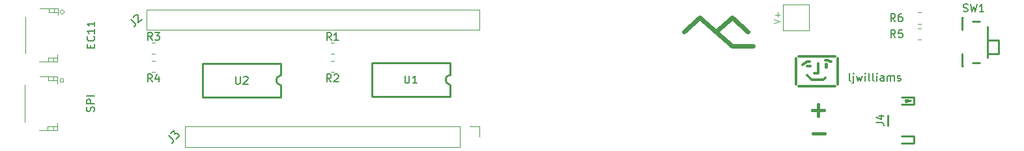
<source format=gbr>
%TF.GenerationSoftware,KiCad,Pcbnew,9.0.3*%
%TF.CreationDate,2025-07-16T22:21:56-04:00*%
%TF.ProjectId,ADBv2,41444276-322e-46b6-9963-61645f706362,rev?*%
%TF.SameCoordinates,Original*%
%TF.FileFunction,Legend,Top*%
%TF.FilePolarity,Positive*%
%FSLAX46Y46*%
G04 Gerber Fmt 4.6, Leading zero omitted, Abs format (unit mm)*
G04 Created by KiCad (PCBNEW 9.0.3) date 2025-07-16 22:21:56*
%MOMM*%
%LPD*%
G01*
G04 APERTURE LIST*
%ADD10C,0.600000*%
%ADD11C,0.300000*%
%ADD12C,0.400000*%
%ADD13C,0.200000*%
%ADD14C,0.150000*%
%ADD15C,0.100000*%
%ADD16C,0.120000*%
%ADD17C,0.250000*%
G04 APERTURE END LIST*
D10*
X199212800Y-98728500D02*
X201295600Y-100582700D01*
D11*
X209550000Y-106850000D02*
X211150000Y-106850000D01*
X211390000Y-104300000D02*
X211690000Y-104300000D01*
D10*
X197130000Y-100570000D02*
X199212800Y-98728500D01*
D11*
X211690000Y-104300000D02*
X211950000Y-104450000D01*
D10*
X192989800Y-100582700D02*
X195047200Y-98728500D01*
D11*
X212950000Y-104030000D02*
X212950000Y-107430000D01*
X211150000Y-106850000D02*
X211399998Y-106579999D01*
X207875000Y-103760000D02*
X212665000Y-103760000D01*
X209550000Y-106850000D02*
X209010000Y-106290000D01*
X208430000Y-104880000D02*
X209020000Y-104440000D01*
D10*
X195047200Y-98728500D02*
X199212800Y-102411500D01*
D11*
X207875000Y-107710000D02*
X212665000Y-107710000D01*
D10*
X199212800Y-102411500D02*
X201981400Y-102411500D01*
D12*
X211480000Y-104806250D02*
X211480000Y-105113750D01*
D11*
X207590000Y-104030000D02*
X207590000Y-107430000D01*
X209020000Y-104440000D02*
X209320000Y-104440000D01*
X209025000Y-105030000D02*
X209430000Y-105030000D01*
X210420000Y-104730000D02*
X210420000Y-106040000D01*
X211950000Y-104450000D02*
X212120000Y-104450000D01*
X210420000Y-106040000D02*
X209950000Y-106040000D01*
D12*
X209739347Y-113912533D02*
X211263157Y-113912533D01*
X209689347Y-110852533D02*
X211213157Y-110852533D01*
X210451252Y-111614438D02*
X210451252Y-110090628D01*
D13*
X214632530Y-106977219D02*
X214537292Y-106929600D01*
X214537292Y-106929600D02*
X214489673Y-106834361D01*
X214489673Y-106834361D02*
X214489673Y-105977219D01*
X215013483Y-106310552D02*
X215013483Y-107167695D01*
X215013483Y-107167695D02*
X214965864Y-107262933D01*
X214965864Y-107262933D02*
X214870626Y-107310552D01*
X214870626Y-107310552D02*
X214823007Y-107310552D01*
X215013483Y-105977219D02*
X214965864Y-106024838D01*
X214965864Y-106024838D02*
X215013483Y-106072457D01*
X215013483Y-106072457D02*
X215061102Y-106024838D01*
X215061102Y-106024838D02*
X215013483Y-105977219D01*
X215013483Y-105977219D02*
X215013483Y-106072457D01*
X215394435Y-106310552D02*
X215584911Y-106977219D01*
X215584911Y-106977219D02*
X215775387Y-106501028D01*
X215775387Y-106501028D02*
X215965863Y-106977219D01*
X215965863Y-106977219D02*
X216156339Y-106310552D01*
X216537292Y-106977219D02*
X216537292Y-106310552D01*
X216537292Y-105977219D02*
X216489673Y-106024838D01*
X216489673Y-106024838D02*
X216537292Y-106072457D01*
X216537292Y-106072457D02*
X216584911Y-106024838D01*
X216584911Y-106024838D02*
X216537292Y-105977219D01*
X216537292Y-105977219D02*
X216537292Y-106072457D01*
X217156339Y-106977219D02*
X217061101Y-106929600D01*
X217061101Y-106929600D02*
X217013482Y-106834361D01*
X217013482Y-106834361D02*
X217013482Y-105977219D01*
X217680149Y-106977219D02*
X217584911Y-106929600D01*
X217584911Y-106929600D02*
X217537292Y-106834361D01*
X217537292Y-106834361D02*
X217537292Y-105977219D01*
X218061102Y-106977219D02*
X218061102Y-106310552D01*
X218061102Y-105977219D02*
X218013483Y-106024838D01*
X218013483Y-106024838D02*
X218061102Y-106072457D01*
X218061102Y-106072457D02*
X218108721Y-106024838D01*
X218108721Y-106024838D02*
X218061102Y-105977219D01*
X218061102Y-105977219D02*
X218061102Y-106072457D01*
X218965863Y-106977219D02*
X218965863Y-106453409D01*
X218965863Y-106453409D02*
X218918244Y-106358171D01*
X218918244Y-106358171D02*
X218823006Y-106310552D01*
X218823006Y-106310552D02*
X218632530Y-106310552D01*
X218632530Y-106310552D02*
X218537292Y-106358171D01*
X218965863Y-106929600D02*
X218870625Y-106977219D01*
X218870625Y-106977219D02*
X218632530Y-106977219D01*
X218632530Y-106977219D02*
X218537292Y-106929600D01*
X218537292Y-106929600D02*
X218489673Y-106834361D01*
X218489673Y-106834361D02*
X218489673Y-106739123D01*
X218489673Y-106739123D02*
X218537292Y-106643885D01*
X218537292Y-106643885D02*
X218632530Y-106596266D01*
X218632530Y-106596266D02*
X218870625Y-106596266D01*
X218870625Y-106596266D02*
X218965863Y-106548647D01*
X219442054Y-106977219D02*
X219442054Y-106310552D01*
X219442054Y-106405790D02*
X219489673Y-106358171D01*
X219489673Y-106358171D02*
X219584911Y-106310552D01*
X219584911Y-106310552D02*
X219727768Y-106310552D01*
X219727768Y-106310552D02*
X219823006Y-106358171D01*
X219823006Y-106358171D02*
X219870625Y-106453409D01*
X219870625Y-106453409D02*
X219870625Y-106977219D01*
X219870625Y-106453409D02*
X219918244Y-106358171D01*
X219918244Y-106358171D02*
X220013482Y-106310552D01*
X220013482Y-106310552D02*
X220156339Y-106310552D01*
X220156339Y-106310552D02*
X220251578Y-106358171D01*
X220251578Y-106358171D02*
X220299197Y-106453409D01*
X220299197Y-106453409D02*
X220299197Y-106977219D01*
X220727768Y-106929600D02*
X220823006Y-106977219D01*
X220823006Y-106977219D02*
X221013482Y-106977219D01*
X221013482Y-106977219D02*
X221108720Y-106929600D01*
X221108720Y-106929600D02*
X221156339Y-106834361D01*
X221156339Y-106834361D02*
X221156339Y-106786742D01*
X221156339Y-106786742D02*
X221108720Y-106691504D01*
X221108720Y-106691504D02*
X221013482Y-106643885D01*
X221013482Y-106643885D02*
X220870625Y-106643885D01*
X220870625Y-106643885D02*
X220775387Y-106596266D01*
X220775387Y-106596266D02*
X220727768Y-106501028D01*
X220727768Y-106501028D02*
X220727768Y-106453409D01*
X220727768Y-106453409D02*
X220775387Y-106358171D01*
X220775387Y-106358171D02*
X220870625Y-106310552D01*
X220870625Y-106310552D02*
X221013482Y-106310552D01*
X221013482Y-106310552D02*
X221108720Y-106358171D01*
D14*
X147133333Y-107124819D02*
X146800000Y-106648628D01*
X146561905Y-107124819D02*
X146561905Y-106124819D01*
X146561905Y-106124819D02*
X146942857Y-106124819D01*
X146942857Y-106124819D02*
X147038095Y-106172438D01*
X147038095Y-106172438D02*
X147085714Y-106220057D01*
X147085714Y-106220057D02*
X147133333Y-106315295D01*
X147133333Y-106315295D02*
X147133333Y-106458152D01*
X147133333Y-106458152D02*
X147085714Y-106553390D01*
X147085714Y-106553390D02*
X147038095Y-106601009D01*
X147038095Y-106601009D02*
X146942857Y-106648628D01*
X146942857Y-106648628D02*
X146561905Y-106648628D01*
X147514286Y-106220057D02*
X147561905Y-106172438D01*
X147561905Y-106172438D02*
X147657143Y-106124819D01*
X147657143Y-106124819D02*
X147895238Y-106124819D01*
X147895238Y-106124819D02*
X147990476Y-106172438D01*
X147990476Y-106172438D02*
X148038095Y-106220057D01*
X148038095Y-106220057D02*
X148085714Y-106315295D01*
X148085714Y-106315295D02*
X148085714Y-106410533D01*
X148085714Y-106410533D02*
X148038095Y-106553390D01*
X148038095Y-106553390D02*
X147466667Y-107124819D01*
X147466667Y-107124819D02*
X148085714Y-107124819D01*
X220463333Y-101334819D02*
X220130000Y-100858628D01*
X219891905Y-101334819D02*
X219891905Y-100334819D01*
X219891905Y-100334819D02*
X220272857Y-100334819D01*
X220272857Y-100334819D02*
X220368095Y-100382438D01*
X220368095Y-100382438D02*
X220415714Y-100430057D01*
X220415714Y-100430057D02*
X220463333Y-100525295D01*
X220463333Y-100525295D02*
X220463333Y-100668152D01*
X220463333Y-100668152D02*
X220415714Y-100763390D01*
X220415714Y-100763390D02*
X220368095Y-100811009D01*
X220368095Y-100811009D02*
X220272857Y-100858628D01*
X220272857Y-100858628D02*
X219891905Y-100858628D01*
X221368095Y-100334819D02*
X220891905Y-100334819D01*
X220891905Y-100334819D02*
X220844286Y-100811009D01*
X220844286Y-100811009D02*
X220891905Y-100763390D01*
X220891905Y-100763390D02*
X220987143Y-100715771D01*
X220987143Y-100715771D02*
X221225238Y-100715771D01*
X221225238Y-100715771D02*
X221320476Y-100763390D01*
X221320476Y-100763390D02*
X221368095Y-100811009D01*
X221368095Y-100811009D02*
X221415714Y-100906247D01*
X221415714Y-100906247D02*
X221415714Y-101144342D01*
X221415714Y-101144342D02*
X221368095Y-101239580D01*
X221368095Y-101239580D02*
X221320476Y-101287200D01*
X221320476Y-101287200D02*
X221225238Y-101334819D01*
X221225238Y-101334819D02*
X220987143Y-101334819D01*
X220987143Y-101334819D02*
X220891905Y-101287200D01*
X220891905Y-101287200D02*
X220844286Y-101239580D01*
X121098796Y-98950201D02*
X121603872Y-99455277D01*
X121603872Y-99455277D02*
X121671216Y-99589964D01*
X121671216Y-99589964D02*
X121671216Y-99724651D01*
X121671216Y-99724651D02*
X121603872Y-99859338D01*
X121603872Y-99859338D02*
X121536529Y-99926682D01*
X121469185Y-98714498D02*
X121469185Y-98647155D01*
X121469185Y-98647155D02*
X121502857Y-98546140D01*
X121502857Y-98546140D02*
X121671216Y-98377781D01*
X121671216Y-98377781D02*
X121772231Y-98344109D01*
X121772231Y-98344109D02*
X121839575Y-98344109D01*
X121839575Y-98344109D02*
X121940590Y-98377781D01*
X121940590Y-98377781D02*
X122007933Y-98445124D01*
X122007933Y-98445124D02*
X122075277Y-98579811D01*
X122075277Y-98579811D02*
X122075277Y-99387933D01*
X122075277Y-99387933D02*
X122513010Y-98950201D01*
X123863333Y-107124819D02*
X123530000Y-106648628D01*
X123291905Y-107124819D02*
X123291905Y-106124819D01*
X123291905Y-106124819D02*
X123672857Y-106124819D01*
X123672857Y-106124819D02*
X123768095Y-106172438D01*
X123768095Y-106172438D02*
X123815714Y-106220057D01*
X123815714Y-106220057D02*
X123863333Y-106315295D01*
X123863333Y-106315295D02*
X123863333Y-106458152D01*
X123863333Y-106458152D02*
X123815714Y-106553390D01*
X123815714Y-106553390D02*
X123768095Y-106601009D01*
X123768095Y-106601009D02*
X123672857Y-106648628D01*
X123672857Y-106648628D02*
X123291905Y-106648628D01*
X124720476Y-106458152D02*
X124720476Y-107124819D01*
X124482381Y-106077200D02*
X124244286Y-106791485D01*
X124244286Y-106791485D02*
X124863333Y-106791485D01*
X115871009Y-102666666D02*
X115871009Y-102333333D01*
X116394819Y-102190476D02*
X116394819Y-102666666D01*
X116394819Y-102666666D02*
X115394819Y-102666666D01*
X115394819Y-102666666D02*
X115394819Y-102190476D01*
X116299580Y-101190476D02*
X116347200Y-101238095D01*
X116347200Y-101238095D02*
X116394819Y-101380952D01*
X116394819Y-101380952D02*
X116394819Y-101476190D01*
X116394819Y-101476190D02*
X116347200Y-101619047D01*
X116347200Y-101619047D02*
X116251961Y-101714285D01*
X116251961Y-101714285D02*
X116156723Y-101761904D01*
X116156723Y-101761904D02*
X115966247Y-101809523D01*
X115966247Y-101809523D02*
X115823390Y-101809523D01*
X115823390Y-101809523D02*
X115632914Y-101761904D01*
X115632914Y-101761904D02*
X115537676Y-101714285D01*
X115537676Y-101714285D02*
X115442438Y-101619047D01*
X115442438Y-101619047D02*
X115394819Y-101476190D01*
X115394819Y-101476190D02*
X115394819Y-101380952D01*
X115394819Y-101380952D02*
X115442438Y-101238095D01*
X115442438Y-101238095D02*
X115490057Y-101190476D01*
X116394819Y-100238095D02*
X116394819Y-100809523D01*
X116394819Y-100523809D02*
X115394819Y-100523809D01*
X115394819Y-100523809D02*
X115537676Y-100619047D01*
X115537676Y-100619047D02*
X115632914Y-100714285D01*
X115632914Y-100714285D02*
X115680533Y-100809523D01*
X116394819Y-99285714D02*
X116394819Y-99857142D01*
X116394819Y-99571428D02*
X115394819Y-99571428D01*
X115394819Y-99571428D02*
X115537676Y-99666666D01*
X115537676Y-99666666D02*
X115632914Y-99761904D01*
X115632914Y-99761904D02*
X115680533Y-99857142D01*
X156728095Y-106304819D02*
X156728095Y-107114342D01*
X156728095Y-107114342D02*
X156775714Y-107209580D01*
X156775714Y-107209580D02*
X156823333Y-107257200D01*
X156823333Y-107257200D02*
X156918571Y-107304819D01*
X156918571Y-107304819D02*
X157109047Y-107304819D01*
X157109047Y-107304819D02*
X157204285Y-107257200D01*
X157204285Y-107257200D02*
X157251904Y-107209580D01*
X157251904Y-107209580D02*
X157299523Y-107114342D01*
X157299523Y-107114342D02*
X157299523Y-106304819D01*
X158299523Y-107304819D02*
X157728095Y-107304819D01*
X158013809Y-107304819D02*
X158013809Y-106304819D01*
X158013809Y-106304819D02*
X157918571Y-106447676D01*
X157918571Y-106447676D02*
X157823333Y-106542914D01*
X157823333Y-106542914D02*
X157728095Y-106590533D01*
X147153333Y-101694819D02*
X146820000Y-101218628D01*
X146581905Y-101694819D02*
X146581905Y-100694819D01*
X146581905Y-100694819D02*
X146962857Y-100694819D01*
X146962857Y-100694819D02*
X147058095Y-100742438D01*
X147058095Y-100742438D02*
X147105714Y-100790057D01*
X147105714Y-100790057D02*
X147153333Y-100885295D01*
X147153333Y-100885295D02*
X147153333Y-101028152D01*
X147153333Y-101028152D02*
X147105714Y-101123390D01*
X147105714Y-101123390D02*
X147058095Y-101171009D01*
X147058095Y-101171009D02*
X146962857Y-101218628D01*
X146962857Y-101218628D02*
X146581905Y-101218628D01*
X148105714Y-101694819D02*
X147534286Y-101694819D01*
X147820000Y-101694819D02*
X147820000Y-100694819D01*
X147820000Y-100694819D02*
X147724762Y-100837676D01*
X147724762Y-100837676D02*
X147629524Y-100932914D01*
X147629524Y-100932914D02*
X147534286Y-100980533D01*
X217974819Y-112463333D02*
X218689104Y-112463333D01*
X218689104Y-112463333D02*
X218831961Y-112510952D01*
X218831961Y-112510952D02*
X218927200Y-112606190D01*
X218927200Y-112606190D02*
X218974819Y-112749047D01*
X218974819Y-112749047D02*
X218974819Y-112844285D01*
X218308152Y-111558571D02*
X218974819Y-111558571D01*
X217927200Y-111796666D02*
X218641485Y-112034761D01*
X218641485Y-112034761D02*
X218641485Y-111415714D01*
X123883333Y-101674819D02*
X123550000Y-101198628D01*
X123311905Y-101674819D02*
X123311905Y-100674819D01*
X123311905Y-100674819D02*
X123692857Y-100674819D01*
X123692857Y-100674819D02*
X123788095Y-100722438D01*
X123788095Y-100722438D02*
X123835714Y-100770057D01*
X123835714Y-100770057D02*
X123883333Y-100865295D01*
X123883333Y-100865295D02*
X123883333Y-101008152D01*
X123883333Y-101008152D02*
X123835714Y-101103390D01*
X123835714Y-101103390D02*
X123788095Y-101151009D01*
X123788095Y-101151009D02*
X123692857Y-101198628D01*
X123692857Y-101198628D02*
X123311905Y-101198628D01*
X124216667Y-100674819D02*
X124835714Y-100674819D01*
X124835714Y-100674819D02*
X124502381Y-101055771D01*
X124502381Y-101055771D02*
X124645238Y-101055771D01*
X124645238Y-101055771D02*
X124740476Y-101103390D01*
X124740476Y-101103390D02*
X124788095Y-101151009D01*
X124788095Y-101151009D02*
X124835714Y-101246247D01*
X124835714Y-101246247D02*
X124835714Y-101484342D01*
X124835714Y-101484342D02*
X124788095Y-101579580D01*
X124788095Y-101579580D02*
X124740476Y-101627200D01*
X124740476Y-101627200D02*
X124645238Y-101674819D01*
X124645238Y-101674819D02*
X124359524Y-101674819D01*
X124359524Y-101674819D02*
X124264286Y-101627200D01*
X124264286Y-101627200D02*
X124216667Y-101579580D01*
X229296667Y-97907200D02*
X229439524Y-97954819D01*
X229439524Y-97954819D02*
X229677619Y-97954819D01*
X229677619Y-97954819D02*
X229772857Y-97907200D01*
X229772857Y-97907200D02*
X229820476Y-97859580D01*
X229820476Y-97859580D02*
X229868095Y-97764342D01*
X229868095Y-97764342D02*
X229868095Y-97669104D01*
X229868095Y-97669104D02*
X229820476Y-97573866D01*
X229820476Y-97573866D02*
X229772857Y-97526247D01*
X229772857Y-97526247D02*
X229677619Y-97478628D01*
X229677619Y-97478628D02*
X229487143Y-97431009D01*
X229487143Y-97431009D02*
X229391905Y-97383390D01*
X229391905Y-97383390D02*
X229344286Y-97335771D01*
X229344286Y-97335771D02*
X229296667Y-97240533D01*
X229296667Y-97240533D02*
X229296667Y-97145295D01*
X229296667Y-97145295D02*
X229344286Y-97050057D01*
X229344286Y-97050057D02*
X229391905Y-97002438D01*
X229391905Y-97002438D02*
X229487143Y-96954819D01*
X229487143Y-96954819D02*
X229725238Y-96954819D01*
X229725238Y-96954819D02*
X229868095Y-97002438D01*
X230201429Y-96954819D02*
X230439524Y-97954819D01*
X230439524Y-97954819D02*
X230630000Y-97240533D01*
X230630000Y-97240533D02*
X230820476Y-97954819D01*
X230820476Y-97954819D02*
X231058572Y-96954819D01*
X231963333Y-97954819D02*
X231391905Y-97954819D01*
X231677619Y-97954819D02*
X231677619Y-96954819D01*
X231677619Y-96954819D02*
X231582381Y-97097676D01*
X231582381Y-97097676D02*
X231487143Y-97192914D01*
X231487143Y-97192914D02*
X231391905Y-97240533D01*
X116297200Y-110973808D02*
X116344819Y-110830951D01*
X116344819Y-110830951D02*
X116344819Y-110592856D01*
X116344819Y-110592856D02*
X116297200Y-110497618D01*
X116297200Y-110497618D02*
X116249580Y-110449999D01*
X116249580Y-110449999D02*
X116154342Y-110402380D01*
X116154342Y-110402380D02*
X116059104Y-110402380D01*
X116059104Y-110402380D02*
X115963866Y-110449999D01*
X115963866Y-110449999D02*
X115916247Y-110497618D01*
X115916247Y-110497618D02*
X115868628Y-110592856D01*
X115868628Y-110592856D02*
X115821009Y-110783332D01*
X115821009Y-110783332D02*
X115773390Y-110878570D01*
X115773390Y-110878570D02*
X115725771Y-110926189D01*
X115725771Y-110926189D02*
X115630533Y-110973808D01*
X115630533Y-110973808D02*
X115535295Y-110973808D01*
X115535295Y-110973808D02*
X115440057Y-110926189D01*
X115440057Y-110926189D02*
X115392438Y-110878570D01*
X115392438Y-110878570D02*
X115344819Y-110783332D01*
X115344819Y-110783332D02*
X115344819Y-110545237D01*
X115344819Y-110545237D02*
X115392438Y-110402380D01*
X116344819Y-109973808D02*
X115344819Y-109973808D01*
X115344819Y-109973808D02*
X115344819Y-109592856D01*
X115344819Y-109592856D02*
X115392438Y-109497618D01*
X115392438Y-109497618D02*
X115440057Y-109449999D01*
X115440057Y-109449999D02*
X115535295Y-109402380D01*
X115535295Y-109402380D02*
X115678152Y-109402380D01*
X115678152Y-109402380D02*
X115773390Y-109449999D01*
X115773390Y-109449999D02*
X115821009Y-109497618D01*
X115821009Y-109497618D02*
X115868628Y-109592856D01*
X115868628Y-109592856D02*
X115868628Y-109973808D01*
X116344819Y-108973808D02*
X115344819Y-108973808D01*
D15*
X204644895Y-99471904D02*
X205444895Y-99205237D01*
X205444895Y-99205237D02*
X204644895Y-98938571D01*
X205140133Y-98671904D02*
X205140133Y-98062381D01*
X205444895Y-98367142D02*
X204835371Y-98367142D01*
D14*
X126028796Y-114170201D02*
X126533872Y-114675277D01*
X126533872Y-114675277D02*
X126601216Y-114809964D01*
X126601216Y-114809964D02*
X126601216Y-114944651D01*
X126601216Y-114944651D02*
X126533872Y-115079338D01*
X126533872Y-115079338D02*
X126466529Y-115146682D01*
X126298170Y-113900827D02*
X126735903Y-113463094D01*
X126735903Y-113463094D02*
X126769575Y-113968170D01*
X126769575Y-113968170D02*
X126870590Y-113867155D01*
X126870590Y-113867155D02*
X126971605Y-113833483D01*
X126971605Y-113833483D02*
X127038949Y-113833483D01*
X127038949Y-113833483D02*
X127139964Y-113867155D01*
X127139964Y-113867155D02*
X127308323Y-114035514D01*
X127308323Y-114035514D02*
X127341994Y-114136529D01*
X127341994Y-114136529D02*
X127341994Y-114203872D01*
X127341994Y-114203872D02*
X127308323Y-114304888D01*
X127308323Y-114304888D02*
X127106292Y-114506918D01*
X127106292Y-114506918D02*
X127005277Y-114540590D01*
X127005277Y-114540590D02*
X126937933Y-114540590D01*
X220443333Y-99244819D02*
X220110000Y-98768628D01*
X219871905Y-99244819D02*
X219871905Y-98244819D01*
X219871905Y-98244819D02*
X220252857Y-98244819D01*
X220252857Y-98244819D02*
X220348095Y-98292438D01*
X220348095Y-98292438D02*
X220395714Y-98340057D01*
X220395714Y-98340057D02*
X220443333Y-98435295D01*
X220443333Y-98435295D02*
X220443333Y-98578152D01*
X220443333Y-98578152D02*
X220395714Y-98673390D01*
X220395714Y-98673390D02*
X220348095Y-98721009D01*
X220348095Y-98721009D02*
X220252857Y-98768628D01*
X220252857Y-98768628D02*
X219871905Y-98768628D01*
X221300476Y-98244819D02*
X221110000Y-98244819D01*
X221110000Y-98244819D02*
X221014762Y-98292438D01*
X221014762Y-98292438D02*
X220967143Y-98340057D01*
X220967143Y-98340057D02*
X220871905Y-98482914D01*
X220871905Y-98482914D02*
X220824286Y-98673390D01*
X220824286Y-98673390D02*
X220824286Y-99054342D01*
X220824286Y-99054342D02*
X220871905Y-99149580D01*
X220871905Y-99149580D02*
X220919524Y-99197200D01*
X220919524Y-99197200D02*
X221014762Y-99244819D01*
X221014762Y-99244819D02*
X221205238Y-99244819D01*
X221205238Y-99244819D02*
X221300476Y-99197200D01*
X221300476Y-99197200D02*
X221348095Y-99149580D01*
X221348095Y-99149580D02*
X221395714Y-99054342D01*
X221395714Y-99054342D02*
X221395714Y-98816247D01*
X221395714Y-98816247D02*
X221348095Y-98721009D01*
X221348095Y-98721009D02*
X221300476Y-98673390D01*
X221300476Y-98673390D02*
X221205238Y-98625771D01*
X221205238Y-98625771D02*
X221014762Y-98625771D01*
X221014762Y-98625771D02*
X220919524Y-98673390D01*
X220919524Y-98673390D02*
X220871905Y-98721009D01*
X220871905Y-98721009D02*
X220824286Y-98816247D01*
X134738095Y-106424819D02*
X134738095Y-107234342D01*
X134738095Y-107234342D02*
X134785714Y-107329580D01*
X134785714Y-107329580D02*
X134833333Y-107377200D01*
X134833333Y-107377200D02*
X134928571Y-107424819D01*
X134928571Y-107424819D02*
X135119047Y-107424819D01*
X135119047Y-107424819D02*
X135214285Y-107377200D01*
X135214285Y-107377200D02*
X135261904Y-107329580D01*
X135261904Y-107329580D02*
X135309523Y-107234342D01*
X135309523Y-107234342D02*
X135309523Y-106424819D01*
X135738095Y-106520057D02*
X135785714Y-106472438D01*
X135785714Y-106472438D02*
X135880952Y-106424819D01*
X135880952Y-106424819D02*
X136119047Y-106424819D01*
X136119047Y-106424819D02*
X136214285Y-106472438D01*
X136214285Y-106472438D02*
X136261904Y-106520057D01*
X136261904Y-106520057D02*
X136309523Y-106615295D01*
X136309523Y-106615295D02*
X136309523Y-106710533D01*
X136309523Y-106710533D02*
X136261904Y-106853390D01*
X136261904Y-106853390D02*
X135690476Y-107424819D01*
X135690476Y-107424819D02*
X136309523Y-107424819D01*
D16*
%TO.C,R2*%
X147547064Y-104370200D02*
X147092936Y-104370200D01*
X147547064Y-105840200D02*
X147092936Y-105840200D01*
%TO.C,R5*%
X223817064Y-100135000D02*
X223362936Y-100135000D01*
X223817064Y-101605000D02*
X223362936Y-101605000D01*
%TO.C,J2*%
X123100000Y-97670000D02*
X123100000Y-100330000D01*
X166370000Y-97670000D02*
X123100000Y-97670000D01*
X166370000Y-97670000D02*
X166370000Y-100330000D01*
X166370000Y-100330000D02*
X123100000Y-100330000D01*
%TO.C,R4*%
X124254664Y-104370200D02*
X123800536Y-104370200D01*
X124254664Y-105840200D02*
X123800536Y-105840200D01*
%TO.C,EC11*%
X107370000Y-98600000D02*
X107370000Y-103400000D01*
X109200000Y-104460000D02*
X111550000Y-104460000D01*
X109270000Y-97500000D02*
X111610000Y-97500000D01*
X110350000Y-103960000D02*
X110350000Y-104460000D01*
X110350000Y-103960000D02*
X111550000Y-103960000D01*
X110350000Y-104460000D02*
X110350000Y-103960000D01*
X110420000Y-97500000D02*
X110420000Y-98000000D01*
X110420000Y-98000000D02*
X110420000Y-97500000D01*
X110420000Y-98000000D02*
X111610000Y-98000000D01*
X111050000Y-103960000D02*
X111050000Y-104460000D01*
X111050000Y-104460000D02*
X111050000Y-103960000D01*
X111110000Y-97500000D02*
X111110000Y-98000000D01*
X111110000Y-98000000D02*
X111110000Y-97500000D01*
X111550000Y-103960000D02*
X110350000Y-103960000D01*
X111550000Y-104460000D02*
X111550000Y-103560000D01*
X111610000Y-97500000D02*
X111610000Y-98400000D01*
X111610000Y-98000000D02*
X110420000Y-98000000D01*
X112180000Y-98250000D02*
G75*
G02*
X112189989Y-98249800I-9J250000D01*
G01*
D17*
%TO.C,U1*%
X152400000Y-109059999D02*
X152400000Y-104700000D01*
X162560000Y-104660001D02*
X152400000Y-104660001D01*
X162560000Y-106220000D02*
X162560000Y-104660001D01*
X162560000Y-107490000D02*
X162560000Y-109059999D01*
X162560000Y-109059999D02*
X152400000Y-109059999D01*
X162560000Y-107490000D02*
G75*
G02*
X162561582Y-106229801I80000J630000D01*
G01*
D16*
%TO.C,R1*%
X147547064Y-101982600D02*
X147092936Y-101982600D01*
X147547064Y-103452600D02*
X147092936Y-103452600D01*
D17*
%TO.C,J4*%
X219520000Y-112830000D02*
X219520000Y-111480000D01*
X221270000Y-109130000D02*
X222870000Y-109130000D01*
X221270000Y-115130000D02*
X222870000Y-115130000D01*
X221770000Y-109430000D02*
X222470000Y-109580000D01*
X221770000Y-109730000D02*
X221770000Y-109430000D01*
X222470000Y-109580000D02*
X221770000Y-109730000D01*
X222870000Y-109130000D02*
X222870000Y-110030000D01*
X222870000Y-110030000D02*
X221270000Y-110030000D01*
X222870000Y-114230000D02*
X221270000Y-114230000D01*
X222870000Y-115130000D02*
X222870000Y-114230000D01*
D16*
%TO.C,R3*%
X124254664Y-101982600D02*
X123800536Y-101982600D01*
X124254664Y-103452600D02*
X123800536Y-103452600D01*
D17*
%TO.C,SW1*%
X229140000Y-98750000D02*
X229190000Y-98750000D01*
X229140000Y-100340000D02*
X229140000Y-98750000D01*
X229140000Y-103500000D02*
X229140000Y-105090000D01*
X229140000Y-105090000D02*
X229190000Y-105090000D01*
X230460000Y-104640000D02*
X231400000Y-104640000D01*
X230470000Y-99220000D02*
X231410000Y-99220000D01*
X232420000Y-101670000D02*
X232420000Y-99900000D01*
X232420000Y-101670000D02*
X232420000Y-103560001D01*
X232420000Y-101670000D02*
X233920000Y-101670000D01*
X232420000Y-103560001D02*
X232420000Y-103940000D01*
X233920000Y-101670000D02*
X233920000Y-103420000D01*
X233920000Y-103420000D02*
X232470000Y-103420000D01*
D16*
%TO.C,SPI*%
X107320000Y-107550000D02*
X107320000Y-112350000D01*
X109150000Y-113410000D02*
X111500000Y-113410000D01*
X109220000Y-106450000D02*
X111560000Y-106450000D01*
X110300000Y-112910000D02*
X110300000Y-113410000D01*
X110300000Y-112910000D02*
X111500000Y-112910000D01*
X110300000Y-113410000D02*
X110300000Y-112910000D01*
X110370000Y-106450000D02*
X110370000Y-106950000D01*
X110370000Y-106950000D02*
X110370000Y-106450000D01*
X110370000Y-106950000D02*
X111560000Y-106950000D01*
X111000000Y-112910000D02*
X111000000Y-113410000D01*
X111000000Y-113410000D02*
X111000000Y-112910000D01*
X111060000Y-106450000D02*
X111060000Y-106950000D01*
X111060000Y-106950000D02*
X111060000Y-106450000D01*
X111500000Y-112910000D02*
X110300000Y-112910000D01*
X111500000Y-113410000D02*
X111500000Y-112510000D01*
X111560000Y-106450000D02*
X111560000Y-107350000D01*
X111560000Y-106950000D02*
X110370000Y-106950000D01*
X112130000Y-107200000D02*
G75*
G02*
X112139989Y-107199800I-9J250000D01*
G01*
%TO.C,V+*%
X205860000Y-97010000D02*
X209260000Y-97010000D01*
X205860000Y-100410000D02*
X205860000Y-97010000D01*
X209260000Y-97010000D02*
X209260000Y-100410000D01*
X209260000Y-100410000D02*
X205860000Y-100410000D01*
%TO.C,J3*%
X128100000Y-112970000D02*
X128100000Y-115630000D01*
X163829999Y-112970000D02*
X128100000Y-112970000D01*
X163829999Y-112970000D02*
X163829999Y-115630000D01*
X163829999Y-115630000D02*
X128100000Y-115630000D01*
X165100000Y-112970000D02*
X166430000Y-112970000D01*
X166430000Y-112970000D02*
X166430000Y-114300000D01*
%TO.C,R6*%
X223362936Y-98055000D02*
X223817064Y-98055000D01*
X223362936Y-99525000D02*
X223817064Y-99525000D01*
D17*
%TO.C,U2*%
X130390000Y-109119999D02*
X130390000Y-104760000D01*
X140550000Y-104720001D02*
X130390000Y-104720001D01*
X140550000Y-106280000D02*
X140550000Y-104720001D01*
X140550000Y-107550000D02*
X140550000Y-109119999D01*
X140550000Y-109119999D02*
X130390000Y-109119999D01*
X140550000Y-107550000D02*
G75*
G02*
X140551582Y-106289801I80000J630000D01*
G01*
%TD*%
M02*

</source>
